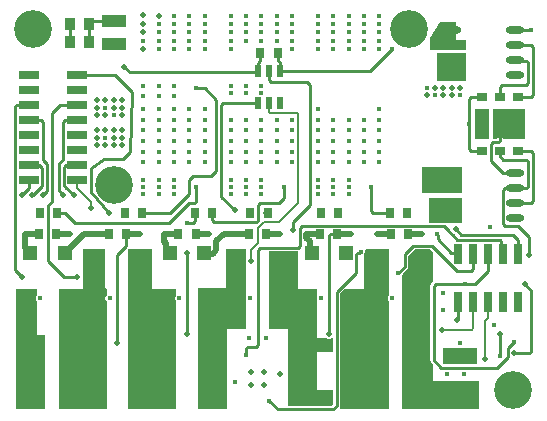
<source format=gbr>
%TF.GenerationSoftware,Altium Limited,Altium Designer,21.4.1 (30)*%
G04 Layer_Physical_Order=8*
G04 Layer_Color=16711680*
%FSLAX26Y26*%
%MOIN*%
%TF.SameCoordinates,1A054405-282A-4FF3-8963-BB1B344CA64D*%
%TF.FilePolarity,Positive*%
%TF.FileFunction,Copper,L8,Bot,Signal*%
%TF.Part,Single*%
G01*
G75*
%TA.AperFunction,SMDPad,CuDef*%
%ADD19R,0.035433X0.025591*%
%ADD22R,0.025591X0.035433*%
%TA.AperFunction,Conductor*%
%ADD23C,0.009842*%
%ADD24C,0.007874*%
%ADD25C,0.019685*%
%TA.AperFunction,ViaPad*%
%ADD26C,0.125984*%
%ADD27C,0.017716*%
%ADD28C,0.019685*%
%TA.AperFunction,SMDPad,CuDef*%
%ADD34O,0.061024X0.023622*%
G04:AMPARAMS|DCode=35|XSize=29.134mil|YSize=66.929mil|CornerRadius=1.457mil|HoleSize=0mil|Usage=FLASHONLY|Rotation=90.000|XOffset=0mil|YOffset=0mil|HoleType=Round|Shape=RoundedRectangle|*
%AMROUNDEDRECTD35*
21,1,0.029134,0.064016,0,0,90.0*
21,1,0.026221,0.066929,0,0,90.0*
1,1,0.002913,0.032008,0.013110*
1,1,0.002913,0.032008,-0.013110*
1,1,0.002913,-0.032008,-0.013110*
1,1,0.002913,-0.032008,0.013110*
%
%ADD35ROUNDEDRECTD35*%
%ADD36R,0.047244X0.047244*%
%ADD37R,0.055118X0.114173*%
%ADD38R,0.114173X0.055118*%
%ADD39R,0.037402X0.039370*%
%ADD40R,0.023622X0.039370*%
%ADD41R,0.078740X0.039370*%
G04:AMPARAMS|DCode=42|XSize=29.134mil|YSize=66.929mil|CornerRadius=1.457mil|HoleSize=0mil|Usage=FLASHONLY|Rotation=180.000|XOffset=0mil|YOffset=0mil|HoleType=Round|Shape=RoundedRectangle|*
%AMROUNDEDRECTD42*
21,1,0.029134,0.064016,0,0,180.0*
21,1,0.026221,0.066929,0,0,180.0*
1,1,0.002913,-0.013110,0.032008*
1,1,0.002913,0.013110,0.032008*
1,1,0.002913,0.013110,-0.032008*
1,1,0.002913,-0.013110,-0.032008*
%
%ADD42ROUNDEDRECTD42*%
G36*
X98425Y404147D02*
X96342Y402064D01*
X94094Y396638D01*
Y390764D01*
X96342Y385338D01*
X98425Y383255D01*
Y271654D01*
X125984D01*
Y24509D01*
X125097Y23622D01*
X27559D01*
Y425197D01*
X98425D01*
Y404147D01*
D02*
G37*
G36*
X326772Y429134D02*
X330709Y425197D01*
Y404147D01*
X328626Y402064D01*
X326378Y396638D01*
Y390764D01*
X328626Y385338D01*
X330709Y383256D01*
Y23622D01*
X170276D01*
Y425197D01*
X250492D01*
Y559055D01*
X326772D01*
Y429134D01*
D02*
G37*
G36*
X482776Y425197D02*
X562992D01*
Y404146D01*
X560910Y402064D01*
X558662Y396638D01*
Y390764D01*
X560910Y385338D01*
X562992Y383256D01*
Y23622D01*
X402559D01*
Y559055D01*
X482776D01*
Y425197D01*
D02*
G37*
G36*
X794036Y426437D02*
X795276Y425197D01*
Y397587D01*
X794882Y396638D01*
Y390764D01*
X795276Y389815D01*
Y291339D01*
X732284D01*
Y23622D01*
X639475D01*
X634842Y28255D01*
X634842Y426437D01*
X728346D01*
Y559055D01*
X794036D01*
Y426437D01*
D02*
G37*
G36*
X968504Y425197D02*
X1032973D01*
Y401153D01*
X1031102Y396638D01*
Y390764D01*
X1032973Y386249D01*
Y260829D01*
X1061388D01*
X1061946Y260272D01*
X1067734Y257875D01*
X1073998D01*
X1079786Y260272D01*
X1080344Y260829D01*
X1086599D01*
Y213585D01*
X1032973D01*
Y86615D01*
X1086599D01*
Y39726D01*
X1080550Y33677D01*
X936729D01*
Y291339D01*
X872539D01*
Y550182D01*
X968504D01*
Y425197D01*
D02*
G37*
G36*
X1202410Y556788D02*
X1206635Y555948D01*
X1271653D01*
Y404147D01*
X1269570Y402064D01*
X1267322Y396638D01*
Y390764D01*
X1269570Y385338D01*
X1271653Y383255D01*
Y23622D01*
X1112824D01*
X1108677Y28404D01*
Y409557D01*
X1124316Y425197D01*
X1187500D01*
Y538668D01*
X1189681Y540850D01*
X1191929Y546276D01*
Y552149D01*
X1191140Y554055D01*
X1194235Y558687D01*
X1199170Y558953D01*
X1202410Y556788D01*
D02*
G37*
G36*
X1496063Y1255906D02*
X1527559D01*
Y1220627D01*
X1433071D01*
X1432295Y1220472D01*
X1409449D01*
Y1260392D01*
X1442520Y1314961D01*
X1496063D01*
Y1255906D01*
D02*
G37*
G36*
X1527559Y1118110D02*
X1433071D01*
Y1149606D01*
Y1212598D01*
X1527559D01*
Y1118110D01*
D02*
G37*
G36*
X1724409Y925197D02*
X1652771D01*
Y941929D01*
X1651930Y946154D01*
X1649538Y949735D01*
X1645956Y952128D01*
X1641732Y952968D01*
X1637508Y952128D01*
X1633926Y949735D01*
X1631534Y946154D01*
X1630693Y941929D01*
Y925197D01*
X1618110D01*
Y1023622D01*
X1724409D01*
Y925197D01*
D02*
G37*
G36*
X1606299D02*
X1559055D01*
Y1023622D01*
X1606299D01*
Y925197D01*
D02*
G37*
G36*
X1515748Y744095D02*
X1381890D01*
Y830709D01*
X1515748D01*
Y744095D01*
D02*
G37*
G36*
X1515748Y645669D02*
X1455490D01*
X1454424Y645881D01*
X1405512D01*
Y728346D01*
X1515748D01*
Y645669D01*
D02*
G37*
G36*
X1417323Y548278D02*
Y446853D01*
X1413454Y442984D01*
X1411061Y439403D01*
X1410221Y435178D01*
Y187444D01*
X1411061Y183220D01*
X1413454Y179639D01*
X1417323Y175770D01*
Y118110D01*
X1570866D01*
Y24509D01*
X1440453D01*
Y23622D01*
X1418210D01*
X1417323Y24509D01*
X1314961D01*
Y467310D01*
X1315666Y468015D01*
X1317913Y473441D01*
Y475531D01*
X1333088Y490705D01*
X1335481Y494286D01*
X1336321Y498511D01*
Y534840D01*
X1357429Y555948D01*
X1409652D01*
X1417323Y548278D01*
D02*
G37*
D19*
X1700788Y1006889D02*
D03*
X1641733D02*
D03*
X1700788Y941929D02*
D03*
X1641732D02*
D03*
X1582677Y1063977D02*
D03*
X1582678Y884843D02*
D03*
X1641732D02*
D03*
X1700788D02*
D03*
X1582678Y941929D02*
D03*
X1700788Y1063977D02*
D03*
X1641733D02*
D03*
X1582677Y1006889D02*
D03*
D22*
X1046260Y677167D02*
D03*
X1103348D02*
D03*
X1042322Y606299D02*
D03*
X1099410D02*
D03*
X1278544D02*
D03*
X569882D02*
D03*
X105316D02*
D03*
X863188D02*
D03*
X394686D02*
D03*
X900592Y1212599D02*
D03*
X1331692Y677165D02*
D03*
X1274606D02*
D03*
X625000Y677167D02*
D03*
X682086D02*
D03*
X810040D02*
D03*
X867126D02*
D03*
X109254D02*
D03*
X166340D02*
D03*
X391732Y677165D02*
D03*
X448818D02*
D03*
X1335630Y606299D02*
D03*
X626968D02*
D03*
X806102D02*
D03*
X162402D02*
D03*
X337598D02*
D03*
X843506Y1212599D02*
D03*
D23*
X625000Y651435D02*
Y677167D01*
X598425Y645669D02*
X619234D01*
X625000Y651435D01*
X277779Y747830D02*
X337598Y677167D01*
X277779Y826771D02*
X321740Y856300D01*
X277779Y747830D02*
Y826771D01*
X358835Y1137401D02*
X412351Y1083885D01*
X415234Y1081002D01*
X407945Y880385D02*
X415234Y1076742D01*
Y1081002D01*
X383859Y856300D02*
X407945Y880385D01*
X321740Y856300D02*
X383859D01*
X1007596Y702883D02*
Y1104333D01*
X952756Y648043D02*
X1007596Y702883D01*
X952756Y621287D02*
Y648043D01*
X863190Y677165D02*
X867124D01*
X867126Y677167D01*
X682086Y653404D02*
Y677167D01*
X687852Y647638D02*
X831109D01*
X682086Y653404D02*
X687852Y647638D01*
X836875Y653404D02*
Y705456D01*
X831109Y647638D02*
X836875Y653404D01*
X1352857Y566987D02*
X1414225D01*
X1325282Y539413D02*
X1352857Y566987D01*
X1303150Y476378D02*
X1325282Y498511D01*
Y539413D01*
X1414225Y566987D02*
X1496960Y484252D01*
X1433802Y590122D02*
X1478797Y545126D01*
X1433802Y590122D02*
Y604793D01*
X1432295Y606299D02*
X1433802Y604793D01*
X877814Y1114346D02*
X997582D01*
X1007596Y1104333D01*
X909448Y1149607D02*
X1207284D01*
X1282086Y1224409D01*
X389764Y1165354D02*
X408205Y1146913D01*
X831952D01*
X834646Y1149607D01*
X232284Y1137401D02*
X358835D01*
X834646Y238049D02*
Y555456D01*
X840412Y561221D01*
X969138D01*
X981161Y634842D02*
X1057306D01*
X975395Y567478D02*
Y629077D01*
X981161Y634842D01*
X1057306Y634843D02*
X1454424D01*
X1057306Y634842D02*
X1057306Y634843D01*
X969138Y561221D02*
X975395Y567478D01*
X712654Y732228D02*
X757874Y687008D01*
X712654Y732228D02*
Y1037542D01*
X842640Y711221D02*
X904332D01*
X921456Y728347D01*
X836875Y705456D02*
X842640Y711221D01*
X712654Y1037542D02*
X718419Y1043307D01*
X834646D01*
X872048Y51181D02*
X900591Y22638D01*
X1085123D01*
X1097638Y35154D02*
Y414130D01*
X1085123Y22638D02*
X1097638Y35154D01*
Y414130D02*
X1162401Y478893D01*
Y539510D01*
X1168167Y545276D01*
X1171098D01*
X1175035Y549213D01*
X1177165D01*
X1668307Y226377D02*
X1688976Y247046D01*
X1500128Y320867D02*
X1501245Y321984D01*
Y378804D02*
X1502362Y379921D01*
X1501245Y321984D02*
Y378804D01*
X629922Y716987D02*
Y763953D01*
X538504Y643425D02*
X606300Y711221D01*
X166340Y677167D02*
X190944D01*
X224686Y643425D01*
X538504D01*
X606300Y711221D02*
X624156D01*
X629922Y716987D01*
X1446303Y162401D02*
X1632537D01*
X1668307Y198171D01*
X1421260Y187444D02*
Y435178D01*
X1427025Y440944D02*
X1523851D01*
X1421260Y435178D02*
X1427025Y440944D01*
X1421260Y187444D02*
X1446303Y162401D01*
X1668307Y198171D02*
Y226377D01*
X1724409Y440944D02*
X1746203Y419151D01*
Y218364D02*
Y419151D01*
X1740437Y212598D02*
X1746203Y218364D01*
X1688976Y212598D02*
X1740437D01*
X1643085Y200787D02*
Y273623D01*
X208662Y1248031D02*
Y1307087D01*
X283464Y1318897D02*
X354330D01*
X271654Y1248031D02*
Y1307087D01*
X283464Y1318897D01*
X1523851Y440944D02*
X1559054D01*
X1602362Y484252D01*
Y541339D01*
X1739707Y536283D02*
Y597047D01*
X1657341Y634843D02*
X1701911D01*
X1651575Y640608D02*
Y753488D01*
Y640608D02*
X1657341Y634843D01*
X1701911D02*
X1739707Y597047D01*
X1651575Y753488D02*
X1659309Y761221D01*
X1692914D01*
X872048Y1120112D02*
Y1149607D01*
Y1120112D02*
X877814Y1114346D01*
X1478797Y545126D02*
X1498575D01*
X1502362Y541339D01*
X1496960Y484252D02*
X1546596D01*
X1552362Y490017D01*
Y541339D01*
X1500163Y589103D02*
X1640223D01*
X1454424Y634843D02*
X1473195Y616071D01*
X1485465Y603802D02*
X1500163Y589103D01*
X1473195Y615910D02*
Y616071D01*
X1485303Y603802D02*
X1485465D01*
X1473195Y615910D02*
X1485303Y603802D01*
X1512490Y605846D02*
X1685620D01*
X1702362Y589103D01*
X1493864Y624471D02*
X1512490Y605846D01*
X1645988Y547713D02*
Y583338D01*
Y547713D02*
X1652362Y541339D01*
X1640223Y589103D02*
X1645988Y583338D01*
X1702362Y541339D02*
Y589103D01*
X828880Y232283D02*
X834646Y238049D01*
X801042Y232283D02*
X828880D01*
X795276Y202755D02*
Y226518D01*
X801042Y232283D01*
X1736220Y766987D02*
Y848566D01*
X1730455Y854331D02*
X1736220Y848566D01*
X1641732Y884843D02*
X1641732Y884843D01*
Y866142D02*
Y884843D01*
Y866142D02*
X1653543Y854331D01*
X1730455D01*
X1751968Y716987D02*
Y879077D01*
X1700788Y884843D02*
X1746203D01*
X1751968Y879077D01*
X1611221Y852362D02*
Y907620D01*
X1635966Y913386D02*
X1641732Y919152D01*
X1652362Y811221D02*
X1692914D01*
X1611221Y907620D02*
X1616987Y913386D01*
X1611221Y852362D02*
X1652362Y811221D01*
X1616987Y913386D02*
X1635966D01*
X1730455Y761221D02*
X1736220Y766987D01*
X1692914Y761221D02*
X1730455D01*
X1692914Y711221D02*
X1746203D01*
X1751968Y716987D01*
X1641732Y919152D02*
Y941929D01*
X1545136Y884843D02*
X1582678D01*
X1539370Y890609D02*
X1545136Y884843D01*
X834646Y1179197D02*
X841334Y1185885D01*
Y1210427D02*
X843506Y1212599D01*
X841334Y1185885D02*
Y1210427D01*
X834646Y1149607D02*
Y1179197D01*
X909448Y1149607D02*
Y1179197D01*
X901772Y1186873D02*
Y1211419D01*
Y1186873D02*
X909448Y1179197D01*
X900592Y1212599D02*
X901772Y1211419D01*
X1692914Y1287599D02*
X1746203D01*
X1728347Y1104332D02*
X1736220Y1112207D01*
X1695551Y1184963D02*
X1730455D01*
X1736220Y1179197D01*
X1647499Y1104332D02*
X1728347D01*
X1736220Y1112207D02*
Y1179197D01*
X1692914Y1237599D02*
X1746203D01*
X1751968Y1231833D01*
X1746203Y1063977D02*
X1751968Y1069743D01*
X1700788Y1063977D02*
X1746203D01*
X1751968Y1069743D02*
Y1231833D01*
X1641733Y1098567D02*
X1647499Y1104332D01*
X1641733Y1063977D02*
Y1098567D01*
X1692914Y1187599D02*
X1695551Y1184963D01*
X1539370Y890609D02*
Y974409D01*
Y1058211D01*
X1545136Y1063977D01*
X1582677D01*
X1076632Y606299D02*
X1099410D01*
X1070866Y600534D02*
X1076632Y606299D01*
X1070866Y273623D02*
Y600534D01*
X598284Y273623D02*
Y543307D01*
X366142Y538443D02*
X394686Y566987D01*
X366142Y244095D02*
Y538443D01*
X394686Y566987D02*
Y606299D01*
X133858Y518898D02*
Y701239D01*
Y518898D02*
X187770Y464986D01*
X133858Y701239D02*
X149606Y716987D01*
X187770Y464986D02*
X232284D01*
X190944Y765749D02*
X220472Y736221D01*
X187993Y769203D02*
X190944Y766252D01*
Y765749D02*
Y766252D01*
X187993Y769203D02*
Y831635D01*
X185039Y736221D02*
Y738884D01*
X170276Y753648D02*
X185039Y738884D01*
X170276Y753648D02*
Y841536D01*
X149606Y716987D02*
Y1010966D01*
X176041Y1037401D02*
X232284D01*
X149606Y1010966D02*
X176041Y1037401D01*
X185039Y856300D02*
Y981635D01*
X170276Y841536D02*
X185039Y856300D01*
Y981635D02*
X190805Y987401D01*
X232284D01*
X112344D02*
X118110Y981635D01*
Y854331D02*
Y981635D01*
X70866Y987401D02*
X112344D01*
X118110Y854331D02*
X130905Y841536D01*
X193758Y837401D02*
X232284D01*
X187993Y831635D02*
X193758Y837401D01*
X118110Y738884D02*
X130905Y751679D01*
X118110Y736221D02*
Y738884D01*
X130905Y751679D02*
Y841536D01*
X84472Y736221D02*
X115157Y766906D01*
X82677Y736221D02*
X84472D01*
X70866Y837401D02*
X106439D01*
X115157Y828683D01*
Y766906D02*
Y828683D01*
X70866Y759842D02*
Y787401D01*
X47244Y736221D02*
X70866Y759842D01*
X29388Y1037401D02*
X70866D01*
X23622Y1031636D02*
X29388Y1037401D01*
X23622Y488608D02*
Y1031636D01*
Y488608D02*
X47244Y464986D01*
Y464567D02*
Y464986D01*
X606300Y740157D02*
Y788860D01*
X618622Y801182D02*
X679135D01*
X606300Y788860D02*
X618622Y801182D01*
X679135D02*
X696850Y818897D01*
Y1055119D01*
X1212796Y682931D02*
Y763953D01*
X1218562Y677165D02*
X1274606D01*
X1212796Y682931D02*
X1218562Y677165D01*
X921456Y728347D02*
Y763953D01*
X543308Y677165D02*
X606300Y740157D01*
X448818Y677165D02*
X543308D01*
X657480Y1094489D02*
X696850Y1055119D01*
X629922Y1094489D02*
X657480D01*
D24*
X968504Y712158D02*
Y1006354D01*
X854949Y648186D02*
X904532D01*
X968504Y712158D01*
X833662Y626899D02*
X854949Y648186D01*
X833662Y577482D02*
Y626899D01*
X812008Y555828D02*
X833662Y577482D01*
X812008Y517990D02*
Y555828D01*
X232284Y760062D02*
Y787401D01*
X277779Y694662D02*
Y714567D01*
X232284Y760062D02*
X277779Y714567D01*
Y694662D02*
X279528Y692913D01*
X876660Y1010966D02*
X963891D01*
X968504Y1006354D01*
X872048Y1015579D02*
X876660Y1010966D01*
X872048Y1015579D02*
Y1043307D01*
X1552362Y292998D02*
Y379921D01*
X1547749Y288385D02*
X1552362Y292998D01*
X1448818Y288385D02*
X1547749D01*
X1591326Y190083D02*
X1591535Y190292D01*
Y317485D01*
X1602362Y328312D01*
Y379921D01*
X1335630Y606299D02*
Y606425D01*
D25*
X162402Y606299D02*
X208858D01*
X1232284D02*
X1278544D01*
X1099410D02*
X1145670D01*
X996064D02*
X1042322D01*
X1007596Y549491D02*
Y582677D01*
Y549491D02*
X1013780Y543307D01*
X996064Y594209D02*
X1007596Y582677D01*
X996064Y594209D02*
Y606299D01*
X58858D02*
X105316D01*
X522884Y581101D02*
X527558Y576427D01*
X522884Y581101D02*
Y606299D01*
X527558Y557087D02*
X541338Y543307D01*
X527558Y557087D02*
Y576427D01*
X58858Y561221D02*
Y606299D01*
Y561221D02*
X76772Y543307D01*
X863188Y606299D02*
X909448D01*
X759842D02*
X806102D01*
X696850Y552871D02*
Y582677D01*
X655512Y543307D02*
X657480Y541339D01*
X685320D01*
X696850Y582677D02*
X720472Y606299D01*
X759842D01*
X685320Y541339D02*
X696850Y552871D01*
X291142Y606299D02*
X337598D01*
X253936D02*
X291142D01*
X190944Y543307D02*
X253936Y606299D01*
X394686D02*
X441142D01*
X626968D02*
X673228D01*
X1335630D02*
X1381890D01*
X522884D02*
X569882D01*
D26*
X1338582Y1291339D02*
D03*
X86614D02*
D03*
X354330Y771653D02*
D03*
X1685040Y86615D02*
D03*
D27*
X598425Y645669D02*
D03*
X1303150Y476378D02*
D03*
X1331692Y677165D02*
D03*
X1432295Y606299D02*
D03*
X909448Y1043307D02*
D03*
X1103348Y677167D02*
D03*
X1282086Y1224409D02*
D03*
X452756Y765921D02*
D03*
Y740331D02*
D03*
X757874Y114173D02*
D03*
X354330Y1318897D02*
D03*
X1692914Y661417D02*
D03*
X795276Y740331D02*
D03*
X1232284Y606299D02*
D03*
X1484252Y811024D02*
D03*
X1437008Y763779D02*
D03*
X1413386D02*
D03*
X1460630Y787750D02*
D03*
X1437008Y787402D02*
D03*
Y811024D02*
D03*
X1413386D02*
D03*
Y787402D02*
D03*
X1460630Y811371D02*
D03*
X1484252Y763779D02*
D03*
Y787402D02*
D03*
X1460630Y764128D02*
D03*
X1623114Y303149D02*
D03*
X1507874Y244094D02*
D03*
X872048Y51181D02*
D03*
X952756Y90551D02*
D03*
X1688976Y247046D02*
D03*
X1129922Y543307D02*
D03*
X1177165Y549213D02*
D03*
X629922Y763953D02*
D03*
X555118Y787575D02*
D03*
Y765921D02*
D03*
Y740331D02*
D03*
X503938Y763953D02*
D03*
Y787575D02*
D03*
X1522406Y139763D02*
D03*
X1465320D02*
D03*
X1643085Y200787D02*
D03*
X1507874D02*
D03*
X108858Y393701D02*
D03*
X341142D02*
D03*
X573426D02*
D03*
X1282086D02*
D03*
X208662Y1248031D02*
D03*
X232284Y887401D02*
D03*
X1452983Y410711D02*
D03*
X1602362Y379921D02*
D03*
X1523851Y440944D02*
D03*
X795276Y202755D02*
D03*
X806102Y259843D02*
D03*
X863190D02*
D03*
X1692914Y711221D02*
D03*
X1452983Y353625D02*
D03*
X1607511Y630906D02*
D03*
X1746203Y1287599D02*
D03*
X1692914Y1137599D02*
D03*
X1539370Y974409D02*
D03*
X1582678D02*
D03*
X1671260D02*
D03*
X1145670Y606299D02*
D03*
X996064D02*
D03*
X809646Y393701D02*
D03*
X1212796Y763953D02*
D03*
X921456D02*
D03*
X326772Y1027559D02*
D03*
X354330Y1003937D02*
D03*
X250492Y255905D02*
D03*
X717008Y393371D02*
D03*
X452756Y1251969D02*
D03*
X1188976Y101377D02*
D03*
Y124999D02*
D03*
X716536Y66929D02*
D03*
Y41337D02*
D03*
Y114173D02*
D03*
Y161417D02*
D03*
Y185039D02*
D03*
Y208661D02*
D03*
Y346457D02*
D03*
Y370079D02*
D03*
Y320867D02*
D03*
X1188976Y259843D02*
D03*
Y322835D02*
D03*
Y393701D02*
D03*
Y370079D02*
D03*
Y346457D02*
D03*
Y236221D02*
D03*
Y55119D02*
D03*
Y212599D02*
D03*
Y78741D02*
D03*
Y188977D02*
D03*
X250492Y90551D02*
D03*
Y66929D02*
D03*
Y114173D02*
D03*
Y43307D02*
D03*
Y137795D02*
D03*
Y208661D02*
D03*
Y232283D02*
D03*
Y185039D02*
D03*
Y161417D02*
D03*
X1240158Y1224409D02*
D03*
Y1279527D02*
D03*
Y1307087D02*
D03*
Y1334645D02*
D03*
Y1251969D02*
D03*
X795276D02*
D03*
X846456D02*
D03*
X897638D02*
D03*
X1137796Y1334645D02*
D03*
X1035434D02*
D03*
X1086614D02*
D03*
X1188976D02*
D03*
X606300D02*
D03*
X657480D02*
D03*
X555118D02*
D03*
X657480Y1279527D02*
D03*
Y1307087D02*
D03*
Y1224409D02*
D03*
Y1251969D02*
D03*
X1035434Y1279527D02*
D03*
Y1307087D02*
D03*
Y1224409D02*
D03*
Y1251969D02*
D03*
X744094Y1279527D02*
D03*
Y1307087D02*
D03*
Y1224409D02*
D03*
Y1251969D02*
D03*
X948820D02*
D03*
Y1224409D02*
D03*
Y1307087D02*
D03*
Y1279527D02*
D03*
X846456Y1334645D02*
D03*
X744094D02*
D03*
X795276D02*
D03*
X948820D02*
D03*
X897638D02*
D03*
Y1307087D02*
D03*
Y1279527D02*
D03*
X846456D02*
D03*
Y1307087D02*
D03*
X795276D02*
D03*
Y1279527D02*
D03*
X1137796Y1224409D02*
D03*
X1188976D02*
D03*
X1086614D02*
D03*
Y1251969D02*
D03*
X1137796D02*
D03*
X1188976D02*
D03*
X1086614Y1279527D02*
D03*
X1137796Y1307087D02*
D03*
Y1279527D02*
D03*
X1188976D02*
D03*
Y1307087D02*
D03*
X1086614D02*
D03*
X555118Y1224409D02*
D03*
X606300D02*
D03*
X503938D02*
D03*
Y1251969D02*
D03*
X555118D02*
D03*
X606300D02*
D03*
X503938Y1279527D02*
D03*
Y1307087D02*
D03*
X555118D02*
D03*
Y1279527D02*
D03*
X606300D02*
D03*
Y1307087D02*
D03*
X1240159Y952755D02*
D03*
Y917323D02*
D03*
Y846457D02*
D03*
Y881889D02*
D03*
Y1023621D02*
D03*
Y988189D02*
D03*
X1188977D02*
D03*
Y881889D02*
D03*
Y846457D02*
D03*
Y917323D02*
D03*
Y952755D02*
D03*
X1137797Y988189D02*
D03*
Y881889D02*
D03*
Y846457D02*
D03*
Y917323D02*
D03*
Y952755D02*
D03*
X1086615Y988189D02*
D03*
Y881889D02*
D03*
Y846457D02*
D03*
Y917323D02*
D03*
Y952755D02*
D03*
X1035435D02*
D03*
Y917323D02*
D03*
Y846457D02*
D03*
Y881889D02*
D03*
Y1023621D02*
D03*
Y988189D02*
D03*
X909448Y606299D02*
D03*
X897639Y988189D02*
D03*
X795277D02*
D03*
X846457D02*
D03*
X795276Y1102363D02*
D03*
X846456D02*
D03*
X1421260Y708661D02*
D03*
Y661417D02*
D03*
X1444882Y708661D02*
D03*
X1468504Y685039D02*
D03*
X1492126Y661417D02*
D03*
X1444882Y661417D02*
D03*
X1421260Y685039D02*
D03*
X1444882D02*
D03*
X1468504Y661417D02*
D03*
X1492126Y685039D02*
D03*
Y708661D02*
D03*
X1468504Y708661D02*
D03*
X744094Y1102363D02*
D03*
Y1078741D02*
D03*
X744095Y988189D02*
D03*
Y881889D02*
D03*
Y846457D02*
D03*
Y917323D02*
D03*
Y952755D02*
D03*
X795277D02*
D03*
Y917323D02*
D03*
Y846457D02*
D03*
Y881889D02*
D03*
X795276Y1078741D02*
D03*
X846457Y952755D02*
D03*
Y917323D02*
D03*
Y846457D02*
D03*
Y881889D02*
D03*
X846456Y1078741D02*
D03*
X897639Y952755D02*
D03*
Y917323D02*
D03*
Y846457D02*
D03*
Y881889D02*
D03*
X948819Y988189D02*
D03*
Y881889D02*
D03*
Y846457D02*
D03*
Y917323D02*
D03*
Y952755D02*
D03*
X1452756Y1185039D02*
D03*
X1480316Y1161417D02*
D03*
X1507874Y1185039D02*
D03*
Y1161417D02*
D03*
X1480316Y1185039D02*
D03*
X1452756Y1161417D02*
D03*
X1507874Y1137795D02*
D03*
X1480316D02*
D03*
X1452756D02*
D03*
X1507874Y1070865D02*
D03*
X1397638Y1094489D02*
D03*
X1425196Y1070865D02*
D03*
X1045866Y677167D02*
D03*
X809646D02*
D03*
X391142D02*
D03*
X629922Y1094489D02*
D03*
X759842Y606299D02*
D03*
X291142D02*
D03*
X441142D02*
D03*
X1425196Y1260391D02*
D03*
X1452564Y1236769D02*
D03*
X1480124D02*
D03*
X1507682D02*
D03*
X1425196D02*
D03*
X1480124Y1260391D02*
D03*
Y1284013D02*
D03*
X1452564D02*
D03*
Y1260391D02*
D03*
X657481Y952755D02*
D03*
Y917323D02*
D03*
Y846457D02*
D03*
Y881889D02*
D03*
Y1023621D02*
D03*
Y988189D02*
D03*
X606301D02*
D03*
Y1023621D02*
D03*
Y881889D02*
D03*
Y846457D02*
D03*
Y917323D02*
D03*
Y952755D02*
D03*
X555118Y1102363D02*
D03*
Y1066929D02*
D03*
X555119Y988189D02*
D03*
Y1023621D02*
D03*
Y881889D02*
D03*
Y846457D02*
D03*
Y917323D02*
D03*
Y952755D02*
D03*
X503938Y1102363D02*
D03*
Y1066929D02*
D03*
X503939Y988189D02*
D03*
Y1023621D02*
D03*
Y881889D02*
D03*
Y846457D02*
D03*
Y917323D02*
D03*
Y952755D02*
D03*
X452757D02*
D03*
Y917323D02*
D03*
Y846457D02*
D03*
Y881889D02*
D03*
Y1023621D02*
D03*
Y988189D02*
D03*
X452756Y1066929D02*
D03*
Y1102363D02*
D03*
X326772Y929133D02*
D03*
X484252Y43307D02*
D03*
X1539370Y102363D02*
D03*
X1425196Y78741D02*
D03*
X673228Y606299D02*
D03*
X744094Y787401D02*
D03*
X503938Y740331D02*
D03*
X1381890Y606299D02*
D03*
X1425196Y102363D02*
D03*
X1519682D02*
D03*
X1332086Y189963D02*
D03*
Y237207D02*
D03*
Y55119D02*
D03*
Y213585D02*
D03*
Y102363D02*
D03*
Y260829D02*
D03*
Y78741D02*
D03*
Y125985D02*
D03*
X952756Y322835D02*
D03*
Y346457D02*
D03*
Y417323D02*
D03*
Y393701D02*
D03*
Y370079D02*
D03*
Y299213D02*
D03*
X952754Y139763D02*
D03*
X952756Y43307D02*
D03*
Y66929D02*
D03*
X484252Y90551D02*
D03*
Y66929D02*
D03*
Y114173D02*
D03*
Y137795D02*
D03*
Y208661D02*
D03*
Y232283D02*
D03*
Y255905D02*
D03*
Y185039D02*
D03*
Y161417D02*
D03*
X109254D02*
D03*
Y185039D02*
D03*
Y255905D02*
D03*
Y232283D02*
D03*
Y208661D02*
D03*
Y137795D02*
D03*
Y43307D02*
D03*
Y114173D02*
D03*
Y66929D02*
D03*
Y90551D02*
D03*
X1035434Y787575D02*
D03*
Y765921D02*
D03*
Y740331D02*
D03*
X744094Y740157D02*
D03*
Y765747D02*
D03*
X452756Y787575D02*
D03*
X1137796Y765921D02*
D03*
X1086614Y787749D02*
D03*
Y740505D02*
D03*
X1137796Y787575D02*
D03*
Y740331D02*
D03*
X1086614Y764127D02*
D03*
X846456Y765747D02*
D03*
X795276Y787575D02*
D03*
X846456Y787401D02*
D03*
Y740157D02*
D03*
X795276Y763953D02*
D03*
X1045866Y393701D02*
D03*
D28*
X337598Y677167D02*
D03*
X952756Y621287D02*
D03*
X812008Y517990D02*
D03*
X863190Y677165D02*
D03*
X389764Y1165354D02*
D03*
X757874Y687008D02*
D03*
X279528Y692913D02*
D03*
X208858Y606299D02*
D03*
X1643085Y273623D02*
D03*
X855314Y105315D02*
D03*
X812008D02*
D03*
X855314Y148621D02*
D03*
X812008D02*
D03*
X909646Y139763D02*
D03*
X1500128Y320867D02*
D03*
X1448818Y288385D02*
D03*
X1591326Y190083D02*
D03*
X1724409Y440944D02*
D03*
X1688976Y212598D02*
D03*
X354330Y1240157D02*
D03*
X1652362Y379921D02*
D03*
X1739707Y536283D02*
D03*
X1493864Y624471D02*
D03*
X1702362Y379921D02*
D03*
X1700788Y1063977D02*
D03*
X1692914Y1187599D02*
D03*
X1070866Y273623D02*
D03*
Y237207D02*
D03*
Y58073D02*
D03*
X598284Y543307D02*
D03*
Y273623D02*
D03*
X366142Y244095D02*
D03*
X232284Y1087401D02*
D03*
Y464986D02*
D03*
X220472Y736221D02*
D03*
X185039D02*
D03*
X232284Y937401D02*
D03*
X118110Y736221D02*
D03*
X82677D02*
D03*
X47244D02*
D03*
X70866Y887401D02*
D03*
Y937401D02*
D03*
X47244Y464567D02*
D03*
X109254Y677167D02*
D03*
X522884Y606299D02*
D03*
X58858D02*
D03*
X70866Y1087401D02*
D03*
X381890Y1027559D02*
D03*
X299212D02*
D03*
Y1003937D02*
D03*
Y1055117D02*
D03*
X326772Y1003937D02*
D03*
X354330Y1027559D02*
D03*
X503938Y1334645D02*
D03*
X354330Y1055119D02*
D03*
X326772D02*
D03*
X381890D02*
D03*
Y1003937D02*
D03*
X452756Y1279527D02*
D03*
Y1224409D02*
D03*
Y1307087D02*
D03*
Y1338579D02*
D03*
X1397638Y1070865D02*
D03*
X1425196Y1094489D02*
D03*
X1452756Y1070865D02*
D03*
Y1094489D02*
D03*
X1480316D02*
D03*
Y1070865D02*
D03*
X1507874Y1094489D02*
D03*
X299212Y929133D02*
D03*
X381890Y952755D02*
D03*
X354330Y929133D02*
D03*
X299212Y952755D02*
D03*
Y905511D02*
D03*
X326772Y952755D02*
D03*
Y905511D02*
D03*
X354330Y952755D02*
D03*
Y905511D02*
D03*
X381890D02*
D03*
Y929133D02*
D03*
D34*
X1692914Y711221D02*
D03*
Y761221D02*
D03*
Y661221D02*
D03*
Y811221D02*
D03*
X1480316D02*
D03*
Y761221D02*
D03*
Y661221D02*
D03*
Y711221D02*
D03*
Y1187599D02*
D03*
Y1137599D02*
D03*
Y1287599D02*
D03*
Y1237599D02*
D03*
X1692914Y1287599D02*
D03*
Y1137599D02*
D03*
Y1237599D02*
D03*
Y1187599D02*
D03*
D35*
X70866Y1137401D02*
D03*
Y1087401D02*
D03*
X232284Y1137401D02*
D03*
Y1087401D02*
D03*
X70866Y787401D02*
D03*
X232284D02*
D03*
Y837401D02*
D03*
Y887401D02*
D03*
X70866Y837401D02*
D03*
Y887401D02*
D03*
X232284Y937401D02*
D03*
X70866D02*
D03*
X232284Y987401D02*
D03*
Y1037401D02*
D03*
X70866Y987401D02*
D03*
Y1037401D02*
D03*
D36*
X1127952Y543307D02*
D03*
X541338D02*
D03*
X76772D02*
D03*
X1013780D02*
D03*
X655512D02*
D03*
X190944D02*
D03*
D37*
X1236220Y492125D02*
D03*
X763780D02*
D03*
X1236220Y358267D02*
D03*
Y224409D02*
D03*
X1141732Y90551D02*
D03*
X1236220D02*
D03*
X1141732Y358267D02*
D03*
X763780D02*
D03*
X669292D02*
D03*
X1141732Y224409D02*
D03*
X295276Y492125D02*
D03*
Y358267D02*
D03*
X204724D02*
D03*
Y224409D02*
D03*
X669292D02*
D03*
Y90551D02*
D03*
X295276Y224409D02*
D03*
Y90551D02*
D03*
X204724D02*
D03*
X1377952Y492125D02*
D03*
Y358267D02*
D03*
X1000000D02*
D03*
X905512Y492125D02*
D03*
Y358267D02*
D03*
X1377952Y224409D02*
D03*
Y90551D02*
D03*
X1000000Y224409D02*
D03*
Y90551D02*
D03*
X437008Y492125D02*
D03*
X527560Y358267D02*
D03*
X437008D02*
D03*
X62992D02*
D03*
X527560Y90551D02*
D03*
Y224409D02*
D03*
X437008D02*
D03*
X62992D02*
D03*
X437008Y90551D02*
D03*
X62992D02*
D03*
D38*
X1507874Y200787D02*
D03*
Y59055D02*
D03*
D39*
X208662Y1248031D02*
D03*
Y1307087D02*
D03*
X271654D02*
D03*
Y1248031D02*
D03*
D40*
X909448Y1149607D02*
D03*
X834646D02*
D03*
X872048D02*
D03*
X909448Y1043307D02*
D03*
X872048D02*
D03*
X834646D02*
D03*
D41*
X354330Y1318897D02*
D03*
Y1240157D02*
D03*
D42*
X1702362Y379921D02*
D03*
Y541339D02*
D03*
X1652362D02*
D03*
X1602362D02*
D03*
X1652362Y379921D02*
D03*
X1602362D02*
D03*
X1552362Y541339D02*
D03*
X1502362D02*
D03*
X1552362Y379921D02*
D03*
X1502362D02*
D03*
%TF.MD5,ba91220c9a9e5eab85d47f49ff4fed7f*%
M02*

</source>
